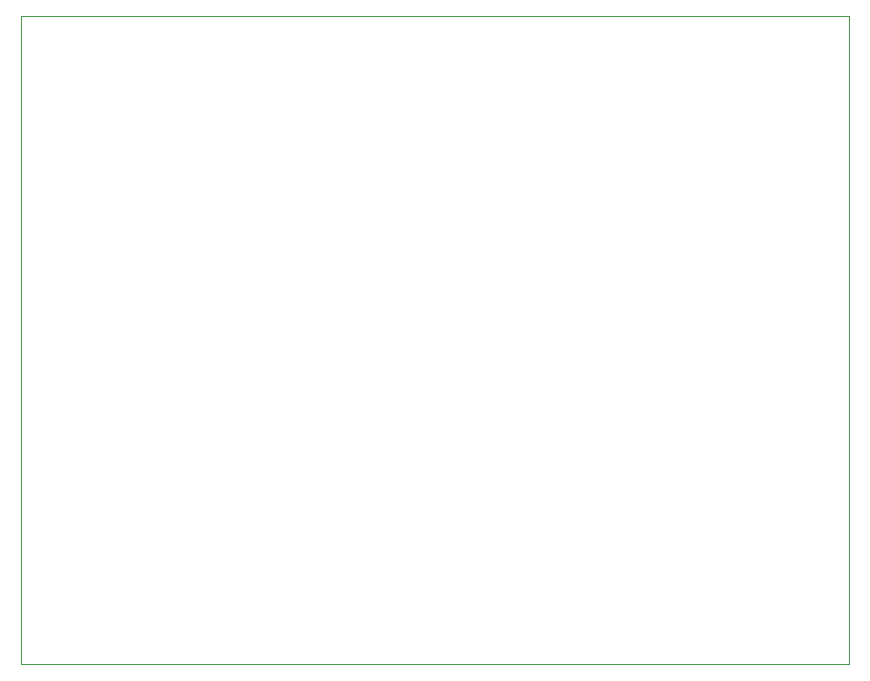
<source format=gbr>
%TF.GenerationSoftware,KiCad,Pcbnew,(6.0.2)*%
%TF.CreationDate,2022-03-01T10:48:04-06:00*%
%TF.ProjectId,PhonoJFET,50686f6e-6f4a-4464-9554-2e6b69636164,rev?*%
%TF.SameCoordinates,Original*%
%TF.FileFunction,Profile,NP*%
%FSLAX46Y46*%
G04 Gerber Fmt 4.6, Leading zero omitted, Abs format (unit mm)*
G04 Created by KiCad (PCBNEW (6.0.2)) date 2022-03-01 10:48:04*
%MOMM*%
%LPD*%
G01*
G04 APERTURE LIST*
%TA.AperFunction,Profile*%
%ADD10C,0.100000*%
%TD*%
G04 APERTURE END LIST*
D10*
X76200000Y-109220000D02*
X146304000Y-109220000D01*
X146304000Y-109220000D02*
X146304000Y-164084000D01*
X146304000Y-164084000D02*
X76200000Y-164084000D01*
X76200000Y-164084000D02*
X76200000Y-109220000D01*
M02*

</source>
